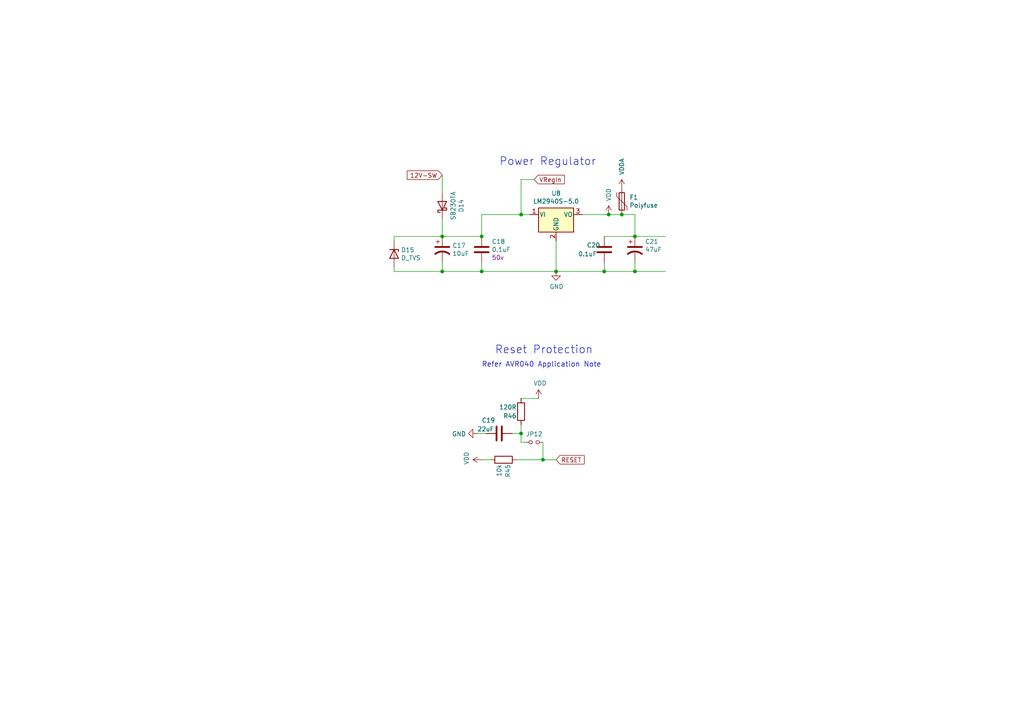
<source format=kicad_sch>
(kicad_sch (version 20250114) (generator "eeschema") (generator_version "9.0")
  (paper "A4")
  (title_block (title "0.4") (date "2021-03-27") (rev "4d") (company "Speeduino"))
  (lib_symbols
    (symbol "Device:C" (pin_numbers (hide yes)) (pin_names (offset 0.254))
      (property "Reference" "C" (at 0.635 2.54 0))
      (property "Value" "C" (at 0.635 -2.54 0))
      (symbol "C_0_1"
        (polyline (pts (xy -2.032 0.762) (xy 2.032 0.762)) (stroke (width 0.508)))
        (polyline (pts (xy -2.032 -0.762) (xy 2.032 -0.762)) (stroke (width 0.508)))
      )
      (symbol "C_1_1"
        (pin passive line (at 0 3.81 270) (length 2.794) (name "~") (number "1"))
        (pin passive line (at 0 -3.81 90) (length 2.794) (name "~") (number "2"))
      )
    )
    (symbol "Device:CP1" (pin_numbers (hide yes)) (pin_names (offset 0.254) (hide yes))
      (property "Reference" "C" (at 0.635 2.54 0))
      (property "Value" "Device_CP1" (at 0.635 -2.54 0))
      (symbol "CP1_0_1"
        (polyline (pts (xy -2.032 0.762) (xy 2.032 0.762)) (stroke (width 0.508)))
        (polyline (pts (xy -1.778 2.286) (xy -0.762 2.286)))
        (polyline (pts (xy -1.27 1.778) (xy -1.27 2.794)))
        (arc (start -2.032 -1.27) (mid 0 -0.5572) (end 2.032 -1.27) (stroke (width 0.508)))
      )
      (symbol "CP1_1_1"
        (pin passive line (at 0 3.81 270) (length 2.794) (name "~") (number "1"))
        (pin passive line (at 0 -3.81 90) (length 3.302) (name "~") (number "2"))
      )
    )
    (symbol "Device:D_Schottky" (pin_numbers (hide yes)) (pin_names (offset 1.016) (hide yes))
      (property "Reference" "D" (at 0 2.54 0))
      (property "Value" "D_Schottky" (at 0 -2.54 0))
      (symbol "D_Schottky_0_1"
        (polyline (pts (xy -1.905 0.635) (xy -1.905 1.27) (xy -1.27 1.27) (xy -1.27 -1.27) (xy -0.635 -1.27) (xy -0.635 -0.635)) (stroke (width 0.254)))
        (polyline (pts (xy 1.27 1.27) (xy 1.27 -1.27) (xy -1.27 0) (xy 1.27 1.27)) (stroke (width 0.254)))
        (polyline (pts (xy 1.27 0) (xy -1.27 0)))
      )
      (symbol "D_Schottky_1_1"
        (pin passive line (at -3.81 0 0) (length 2.54) (name "K") (number "1"))
        (pin passive line (at 3.81 0 180) (length 2.54) (name "A") (number "2"))
      )
    )
    (symbol "Device:D_Zener" (pin_numbers (hide yes)) (pin_names (offset 1.016) (hide yes))
      (property "Reference" "D" (at 0 2.54 0))
      (property "Value" "D_Zener" (at 0 -2.54 0))
      (symbol "D_Zener_0_1"
        (polyline (pts (xy -1.27 -1.27) (xy -1.27 1.27) (xy -0.762 1.27)) (stroke (width 0.254)))
        (polyline (pts (xy 1.27 0) (xy -1.27 0)))
        (polyline (pts (xy 1.27 -1.27) (xy 1.27 1.27) (xy -1.27 0) (xy 1.27 -1.27)) (stroke (width 0.254)))
      )
      (symbol "D_Zener_1_1"
        (pin passive line (at -3.81 0 0) (length 2.54) (name "K") (number "1"))
        (pin passive line (at 3.81 0 180) (length 2.54) (name "A") (number "2"))
      )
    )
    (symbol "Device:Jumper_NO_Small" (pin_numbers (hide yes)) (pin_names (offset 0.762) (hide yes))
      (property "Reference" "JP" (at 0 2.032 0))
      (property "Value" "Device_Jumper_NO_Small" (at 0.254 -1.524 0))
      (symbol "Jumper_NO_Small_0_1"
        (circle (center -1.016 0) (radius 0.508))
        (circle (center 1.016 0) (radius 0.508))
        (pin passive line (at -2.54 0 0) (length 1.016) (name "1") (number "1"))
        (pin passive line (at 2.54 0 180) (length 1.016) (name "2") (number "2"))
      )
    )
    (symbol "Device:Polyfuse" (pin_numbers (hide yes)) (pin_names (offset 0))
      (property "Reference" "F" (at -2.54 0 90))
      (property "Value" "Polyfuse" (at 2.54 0 90))
      (symbol "Polyfuse_0_1"
        (polyline (pts (xy -1.524 2.54) (xy -1.524 1.524) (xy 1.524 -1.524) (xy 1.524 -2.54)))
        (rectangle (start -0.762 2.54) (end 0.762 -2.54) (stroke (width 0.254)))
        (polyline (pts (xy 0 2.54) (xy 0 -2.54)))
      )
      (symbol "Polyfuse_1_1"
        (pin passive line (at 0 3.81 270) (length 1.27) (name "~") (number "1"))
        (pin passive line (at 0 -3.81 90) (length 1.27) (name "~") (number "2"))
      )
    )
    (symbol "Device:R" (pin_numbers (hide yes)) (pin_names (offset 0))
      (property "Reference" "R" (at 2.032 0 90))
      (property "Value" "R" (at 0 0 90))
      (symbol "R_0_1"
        (rectangle (start -1.016 -2.54) (end 1.016 2.54) (stroke (width 0.254)))
      )
      (symbol "R_1_1"
        (pin passive line (at 0 3.81 270) (length 1.27) (name "~") (number "1"))
        (pin passive line (at 0 -3.81 90) (length 1.27) (name "~") (number "2"))
      )
    )
    (symbol "Regulator_Linear:LM2937xS" (pin_names (offset 0.254))
      (property "Reference" "U" (at -3.81 3.175 0))
      (property "Value" "LM2937xS" (at 0 3.175 0))
      (symbol "LM2937xS_0_1"
        (rectangle (start -5.08 -5.08) (end 5.08 1.905) (stroke (width 0.254)) (fill (type background)))
      )
      (symbol "LM2937xS_1_1"
        (pin power_in line (at -7.62 0 0) (length 2.54) (name "VI") (number "1"))
        (pin power_in line (at 0 -7.62 90) (length 2.54) (name "GND") (number "2"))
        (pin power_out line (at 7.62 0 180) (length 2.54) (name "VO") (number "3"))
      )
    )
    (symbol "power:GND" (power) (pin_numbers (hide yes)) (pin_names (offset 0) (hide yes))
      (property "Value" "GND" (at 0 -3.81 0))
      (symbol "GND_0_1"
        (polyline (pts (xy 0 0) (xy 0 -1.27) (xy 1.27 -1.27) (xy 0 -2.54) (xy -1.27 -1.27) (xy 0 -1.27)))
      )
      (symbol "GND_1_1"
        (pin power_in line (at 0 0 270) (length 0) (name "~") (number "1"))
      )
    )
    (symbol "power:VDD" (power) (pin_numbers (hide yes)) (pin_names (offset 0) (hide yes))
      (property "Value" "VDD" (at 0 3.556 0))
      (symbol "VDD_0_1"
        (polyline (pts (xy -0.762 1.27) (xy 0 2.54)))
        (polyline (pts (xy 0 2.54) (xy 0.762 1.27)))
        (polyline (pts (xy 0 0) (xy 0 2.54)))
      )
      (symbol "VDD_1_1"
        (pin power_in line (at 0 0 90) (length 0) (name "~") (number "1"))
      )
    )
    (symbol "power:VDDA" (power) (pin_numbers (hide yes)) (pin_names (offset 0) (hide yes))
      (property "Value" "VDDA" (at 0 3.556 0))
      (symbol "VDDA_0_1"
        (polyline (pts (xy -0.762 1.27) (xy 0 2.54)))
        (polyline (pts (xy 0 2.54) (xy 0.762 1.27)))
        (polyline (pts (xy 0 0) (xy 0 2.54)))
      )
      (symbol "VDDA_1_1"
        (pin power_in line (at 0 0 90) (length 0) (name "~") (number "1"))
      )
    )
  )
  (text "Power Regulator" (at 144.78 48.26 0) (effects (font (size 2.2606 2.2606)) (justify left bottom)))
  (text "Refer AVR040 Application Note" (at 139.7 106.68 0) (effects (font (size 1.4732 1.4732)) (justify left bottom)))
  (text "Reset Protection" (at 143.51 102.87 0) (effects (font (size 2.2606 2.2606)) (justify left bottom)))
  (junction (at 151.13 62.23))
  (junction (at 151.13 125.73))
  (junction (at 139.7 78.74))
  (junction (at 184.15 68.58))
  (junction (at 184.15 78.74))
  (junction (at 180.34 62.23))
  (junction (at 157.48 133.35))
  (junction (at 161.29 78.74))
  (junction (at 176.53 62.23))
  (junction (at 128.27 68.58))
  (junction (at 139.7 68.58))
  (junction (at 128.27 78.74))
  (junction (at 175.26 78.74))
  (wire (pts (xy 138.43 125.73) (xy 140.97 125.73)))
  (wire (pts (xy 153.67 62.23) (xy 151.13 62.23)))
  (wire (pts (xy 175.26 78.74) (xy 161.29 78.74)))
  (wire (pts (xy 151.13 115.57) (xy 156.21 115.57)))
  (wire (pts (xy 128.27 76.2) (xy 128.27 78.74)))
  (wire (pts (xy 151.13 128.27) (xy 152.4 128.27)))
  (wire (pts (xy 128.27 50.8) (xy 128.27 55.88)))
  (wire (pts (xy 139.7 68.58) (xy 139.7 62.23)))
  (wire (pts (xy 175.26 68.58) (xy 184.15 68.58)))
  (wire (pts (xy 161.29 69.85) (xy 161.29 78.74)))
  (wire (pts (xy 139.7 133.35) (xy 142.24 133.35)))
  (wire (pts (xy 184.15 76.2) (xy 184.15 78.74)))
  (wire (pts (xy 157.48 128.27) (xy 157.48 133.35)))
  (wire (pts (xy 114.3 78.74) (xy 128.27 78.74)))
  (wire (pts (xy 128.27 63.5) (xy 128.27 68.58)))
  (wire (pts (xy 193.04 78.74) (xy 184.15 78.74)))
  (wire (pts (xy 128.27 78.74) (xy 139.7 78.74)))
  (wire (pts (xy 139.7 76.2) (xy 139.7 78.74)))
  (wire (pts (xy 175.26 76.2) (xy 175.26 78.74)))
  (wire (pts (xy 168.91 62.23) (xy 176.53 62.23)))
  (wire (pts (xy 151.13 128.27) (xy 151.13 125.73)))
  (wire (pts (xy 139.7 62.23) (xy 151.13 62.23)))
  (wire (pts (xy 128.27 68.58) (xy 139.7 68.58)))
  (wire (pts (xy 148.59 125.73) (xy 151.13 125.73)))
  (wire (pts (xy 193.04 68.58) (xy 184.15 68.58)))
  (wire (pts (xy 184.15 78.74) (xy 175.26 78.74)))
  (wire (pts (xy 157.48 133.35) (xy 161.29 133.35)))
  (wire (pts (xy 114.3 68.58) (xy 114.3 69.85)))
  (wire (pts (xy 184.15 62.23) (xy 184.15 68.58)))
  (wire (pts (xy 114.3 68.58) (xy 128.27 68.58)))
  (wire (pts (xy 176.53 62.23) (xy 180.34 62.23)))
  (wire (pts (xy 139.7 78.74) (xy 161.29 78.74)))
  (wire (pts (xy 151.13 52.07) (xy 151.13 62.23)))
  (wire (pts (xy 149.86 133.35) (xy 157.48 133.35)))
  (wire (pts (xy 180.34 62.23) (xy 184.15 62.23)))
  (wire (pts (xy 114.3 78.74) (xy 114.3 77.47)))
  (wire (pts (xy 151.13 125.73) (xy 151.13 123.19)))
  (wire (pts (xy 154.94 52.07) (xy 151.13 52.07)))
  (global_label "12V-SW" (shape input) (at 128.27 50.8 180) (property "Intersheetrefs" "${INTERSHEET_REFS}" (effects (hide yes))))
  (global_label "VRegIn" (shape input) (at 154.94 52.07 0) (property "Intersheetrefs" "${INTERSHEET_REFS}" (effects (hide yes))))
  (global_label "RESET" (shape input) (at 161.29 133.35 0) (property "Intersheetrefs" "${INTERSHEET_REFS}" (effects (hide yes))))
  (symbol (lib_id "Device:C") (at 139.7 72.39 0) (unit 1)
    (property "Reference" "C18" (at 142.621 70.0786 0) (effects (justify left)))
    (property "Value" "0.1uF" (at 142.621 72.39 0) (effects (justify left)))
    (property "Footprint" "Capacitor_THT:C_Disc_D5.0mm_W2.5mm_P2.50mm" (effects (hide yes)))
    (property "Voltage" "50v" (at 142.621 74.7014 0) (effects (justify left)))
    (property "Digikey Part Number" "445-180563-1-ND" (effects (hide yes)))
    (property "Manufacturer_Name" "TDK" (effects (hide yes)))
    (property "Manufacturer_Part_Number" "FA18X8R1E104KNU06" (effects (hide yes)))
    (property "URL" "https://www.digikey.com.au/product-detail/en/tdk-corporation/FA18X8R1E104KNU06/445-180563-1-ND/9560689" (effects (hide yes)))
  )
  (symbol (lib_id "Device:CP1") (at 128.27 72.39 0) (unit 1)
    (property "Reference" "C17" (at 131.191 71.2216 0) (effects (justify left)))
    (property "Value" "10uF" (at 131.191 73.533 0) (effects (justify left)))
    (property "Footprint" "Capacitor_THT:CP_Radial_D5.0mm_P2.00mm" (effects (hide yes)))
    (property "Voltage" "50v" (effects (hide yes)))
    (property "Digikey Part Number" "P10316-ND" (effects (hide yes)))
    (property "Manufacturer_Name" "Panasonic" (effects (hide yes)))
    (property "Manufacturer_Part_Number" "EEU-FC1H100L" (effects (hide yes)))
    (property "URL" "https://www.digikey.com.au/product-detail/en/panasonic-electronic-components/EEU-FC1H100L/P10316-ND/266325" (effects (hide yes)))
  )
  (symbol (lib_id "Device:D_Schottky") (at 128.27 59.69 90) (unit 1)
    (property "Reference" "D14" (at 133.7564 59.69 0))
    (property "Value" "SB230TA" (at 131.445 59.69 0))
    (property "Footprint" "Diode_THT:D_DO-41_SOD81_P7.62mm_Horizontal" (effects (hide yes)))
    (property "Datasheet" "https://www.mouser.com/datasheet/2/115/ds13002-60388.pdf" (effects (hide yes)))
    (property "Digikey Part Number" "1655-1518-1-ND" (effects (hide yes)))
    (property "Manufacturer_Name" "SMC" (effects (hide yes)))
    (property "Manufacturer_Part_Number" "SB230TA" (effects (hide yes)))
    (property "URL" "https://www.digikey.com.au/product-detail/en/smc-diode-solutions/SB230TA/1655-1518-1-ND/6022963" (effects (hide yes)))
  )
  (symbol (lib_id "power:VDD") (at 176.53 62.23 0) (unit 1)
    (property "Reference" "#PWR047" (effects (hide yes)))
    (property "Value" "VDD" (at 176.53 58.42 90) (effects (justify left)))
  )
  (symbol (lib_id "Device:C") (at 175.26 72.39 0) (unit 1)
    (property "Reference" "C20" (at 170.18 71.12 0) (effects (justify left)))
    (property "Value" "0.1uF" (at 167.64 73.66 0) (effects (justify left)))
    (property "Footprint" "Capacitor_THT:C_Disc_D5.0mm_W2.5mm_P2.50mm" (effects (hide yes)))
    (property "Digikey Part Number" "445-180563-1-ND" (effects (hide yes)))
    (property "Manufacturer_Name" "TDK" (effects (hide yes)))
    (property "Manufacturer_Part_Number" "FA18X8R1E104KNU06" (effects (hide yes)))
    (property "URL" "https://www.digikey.com.au/product-detail/en/tdk-corporation/FA18X8R1E104KNU06/445-180563-1-ND/9560689" (effects (hide yes)))
  )
  (symbol (lib_id "Device:CP1") (at 184.15 72.39 0) (unit 1)
    (property "Reference" "C21" (at 187.071 70.0786 0) (effects (justify left)))
    (property "Value" "47uF" (at 187.071 72.39 0) (effects (justify left)))
    (property "Footprint" "Capacitor_THT:CP_Radial_D8.0mm_P5.00mm" (effects (hide yes)))
    (property "Digikey Part Number" "P19658CT-ND" (effects (hide yes)))
    (property "Manufacturer_Name" "Panasonic" (effects (hide yes)))
    (property "Manufacturer_Part_Number" "EEU-FC1H470B" (effects (hide yes)))
  )
  (symbol (lib_id "power:GND") (at 161.29 78.74 0) (unit 1)
    (property "Reference" "#PWR046" (effects (hide yes)))
    (property "Value" "GND" (at 161.417 83.1342 0))
  )
  (symbol (lib_id "Device:R") (at 146.05 133.35 270) (unit 1)
    (property "Reference" "R45" (at 147.32 134.62 0) (effects (justify left)))
    (property "Value" "10k" (at 144.78 134.62 0) (effects (justify left)))
    (property "Footprint" "Resistor_THT:R_Axial_DIN0204_L3.6mm_D1.6mm_P5.08mm_Horizontal" (effects (hide yes)))
    (property "Digikey Part Number" "BC10.0KXCT-ND" (effects (hide yes)))
    (property "Manufacturer_Name" "Vishay" (effects (hide yes)))
    (property "Manufacturer_Part_Number" "MBA02040C1002FRP00" (effects (hide yes)))
    (property "URL" "https://www.digikey.com.au/product-detail/en/vishay-beyschlag-draloric-bc-components/MBA02040C1002FRP00/BC10-0KXCT-ND/336866" (effects (hide yes)))
  )
  (symbol (lib_id "power:VDD") (at 139.7 133.35 90) (unit 1)
    (property "Reference" "#PWR044" (effects (hide yes)))
    (property "Value" "VDD" (at 135.3058 132.9182 0))
  )
  (symbol (lib_id "Device:C") (at 144.78 125.73 270) (unit 1)
    (property "Reference" "C19" (at 139.7 121.92 90) (effects (justify left)))
    (property "Value" "22uF" (at 138.43 124.46 90) (effects (justify left)))
    (property "Footprint" "Capacitor_THT:C_Disc_D7.5mm_W5.0mm_P5.00mm" (effects (hide yes)))
    (property "Digikey Part Number" "445-180603-1-ND" (effects (hide yes)))
    (property "Manufacturer_Name" "TDK" (effects (hide yes)))
    (property "Manufacturer_Part_Number" "FA22X7R1E226MRU06" (effects (hide yes)))
  )
  (symbol (lib_id "Device:R") (at 151.13 119.38 180) (unit 1)
    (property "Reference" "R46" (at 149.86 120.65 0) (effects (justify left)))
    (property "Value" "120R" (at 149.86 118.11 0) (effects (justify left)))
    (property "Footprint" "Resistor_THT:R_Axial_DIN0204_L3.6mm_D1.6mm_P5.08mm_Horizontal" (effects (hide yes)))
    (property "Digikey Part Number" "BC3453CT-ND" (effects (hide yes)))
    (property "Manufacturer_Name" "Vishay" (effects (hide yes)))
    (property "Manufacturer_Part_Number" "MBA02040C1200FC100" (effects (hide yes)))
  )
  (symbol (lib_id "power:VDD") (at 156.21 115.57 0) (unit 1)
    (property "Reference" "#PWR045" (effects (hide yes)))
    (property "Value" "VDD" (at 156.6418 111.1758 0))
  )
  (symbol (lib_id "power:GND") (at 138.43 125.73 270) (unit 1)
    (property "Reference" "#PWR043" (effects (hide yes)))
    (property "Value" "GND" (at 135.1788 125.857 90) (effects (justify right)))
  )
  (symbol (lib_id "Regulator_Linear:LM2937xS") (at 161.29 62.23 0) (unit 1)
    (property "Reference" "U8" (at 161.29 56.0832 0))
    (property "Value" "LM2940S-5.0" (at 161.29 58.3946 0))
    (property "Footprint" "Package_TO_SOT_THT:TO-220-3_Horizontal_TabDown" (effects (hide yes)))
    (property "Digikey Part Number" "NCV7805BTGOS-ND" (effects (hide yes)))
    (property "Manufacturer_Name" "ON Semi" (effects (hide yes)))
    (property "Manufacturer_Part_Number" "NCV7805BTG" (effects (hide yes)))
    (property "URL" "https://www.digikey.com.au/product-detail/en/on-semiconductor/NCV7805BTG/NCV7805BTGOS-ND/921437" (effects (hide yes)))
  )
  (symbol (lib_id "power:VDDA") (at 180.34 54.61 0) (unit 1)
    (property "Reference" "#PWR0108" (effects (hide yes)))
    (property "Value" "VDDA" (at 180.34 50.8 90) (effects (justify left)))
  )
  (symbol (lib_id "Device:Polyfuse") (at 180.34 58.42 0) (unit 1)
    (property "Reference" "F1" (at 182.5752 57.2516 0) (effects (justify left)))
    (property "Value" "Polyfuse" (at 182.5752 59.563 0) (effects (justify left)))
    (property "Footprint" "Fuse:Fuse_BelFuse_0ZRE0055FF_L14.0mm_W4.1mm" (effects (hide yes)))
    (property "Digikey Part Number" "507-2403-ND" (effects (hide yes)))
    (property "Manufacturer_Name" "Bel Fuse" (effects (hide yes)))
    (property "Manufacturer_Part_Number" "0ZRP0050FF1E" (effects (hide yes)))
    (property "URL" "https://www.digikey.com.au/product-detail/en/bel-fuse-inc/0ZRP0050FF1E/507-2403-ND/9468252" (effects (hide yes)))
  )
  (symbol (lib_id "Device:D_Zener") (at 114.3 73.66 270) (unit 1)
    (property "Reference" "D15" (at 116.3066 72.4916 90) (effects (justify left)))
    (property "Value" "D_TVS" (at 116.3066 74.803 90) (effects (justify left)))
    (property "Footprint" "Diode_THT:D_DO-15_P12.70mm_Horizontal" (effects (hide yes)))
    (property "Digikey Part Number" "F6853CT-ND" (effects (hide yes)))
    (property "Manufacturer_Name" "Littelfuse" (effects (hide yes)))
    (property "Manufacturer_Part_Number" "TP6KE47A" (effects (hide yes)))
  )
  (symbol (lib_id "Device:Jumper_NO_Small") (at 154.94 128.27 0) (unit 1)
    (property "Reference" "JP12" (at 154.94 125.9078 0))
    (property "Value" "Jumper_NO_Small" (effects (hide yes)))
    (property "Footprint" "Connector_PinHeader_2.54mm:PinHeader_1x02_P2.54mm_Vertical" (effects (hide yes)))
  )
)
</source>
